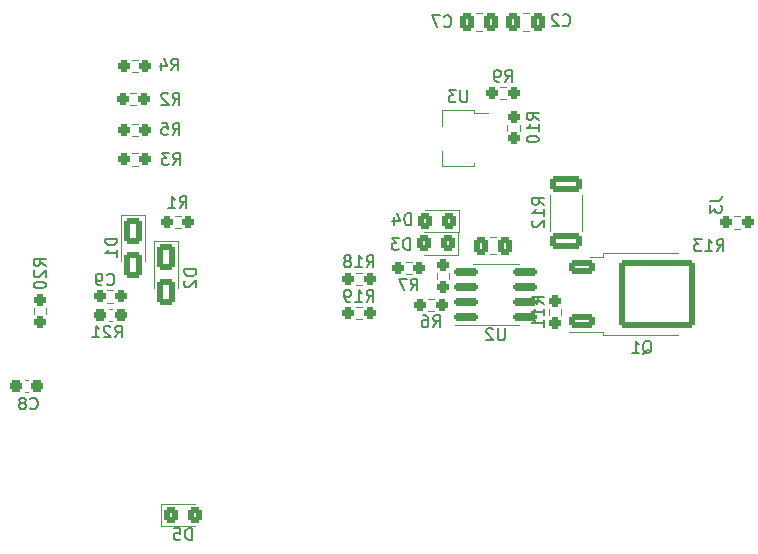
<source format=gbr>
%TF.GenerationSoftware,KiCad,Pcbnew,7.0.1*%
%TF.CreationDate,2023-10-17T15:07:37+02:00*%
%TF.ProjectId,dual-cam-pcb,6475616c-2d63-4616-9d2d-7063622e6b69,rev?*%
%TF.SameCoordinates,Original*%
%TF.FileFunction,Legend,Bot*%
%TF.FilePolarity,Positive*%
%FSLAX46Y46*%
G04 Gerber Fmt 4.6, Leading zero omitted, Abs format (unit mm)*
G04 Created by KiCad (PCBNEW 7.0.1) date 2023-10-17 15:07:37*
%MOMM*%
%LPD*%
G01*
G04 APERTURE LIST*
G04 Aperture macros list*
%AMRoundRect*
0 Rectangle with rounded corners*
0 $1 Rounding radius*
0 $2 $3 $4 $5 $6 $7 $8 $9 X,Y pos of 4 corners*
0 Add a 4 corners polygon primitive as box body*
4,1,4,$2,$3,$4,$5,$6,$7,$8,$9,$2,$3,0*
0 Add four circle primitives for the rounded corners*
1,1,$1+$1,$2,$3*
1,1,$1+$1,$4,$5*
1,1,$1+$1,$6,$7*
1,1,$1+$1,$8,$9*
0 Add four rect primitives between the rounded corners*
20,1,$1+$1,$2,$3,$4,$5,0*
20,1,$1+$1,$4,$5,$6,$7,0*
20,1,$1+$1,$6,$7,$8,$9,0*
20,1,$1+$1,$8,$9,$2,$3,0*%
%AMFreePoly0*
4,1,9,3.862500,-0.866500,0.737500,-0.866500,0.737500,-0.450000,-0.737500,-0.450000,-0.737500,0.450000,0.737500,0.450000,0.737500,0.866500,3.862500,0.866500,3.862500,-0.866500,3.862500,-0.866500,$1*%
G04 Aperture macros list end*
%ADD10C,0.150000*%
%ADD11C,0.120000*%
%ADD12RoundRect,0.237500X-0.250000X-0.237500X0.250000X-0.237500X0.250000X0.237500X-0.250000X0.237500X0*%
%ADD13RoundRect,0.237500X0.237500X-0.250000X0.237500X0.250000X-0.237500X0.250000X-0.237500X-0.250000X0*%
%ADD14RoundRect,0.249999X-1.075001X0.450001X-1.075001X-0.450001X1.075001X-0.450001X1.075001X0.450001X0*%
%ADD15RoundRect,0.237500X0.300000X0.237500X-0.300000X0.237500X-0.300000X-0.237500X0.300000X-0.237500X0*%
%ADD16C,2.400000*%
%ADD17O,2.400000X2.400000*%
%ADD18C,2.050000*%
%ADD19C,2.250000*%
%ADD20C,3.200000*%
%ADD21R,1.700000X1.700000*%
%ADD22O,1.700000X1.700000*%
%ADD23R,1.905000X2.000000*%
%ADD24O,1.905000X2.000000*%
%ADD25R,3.800000X3.800000*%
%ADD26C,3.800000*%
%ADD27R,2.400000X2.400000*%
%ADD28RoundRect,0.237500X-0.237500X0.250000X-0.237500X-0.250000X0.237500X-0.250000X0.237500X0.250000X0*%
%ADD29RoundRect,0.250000X0.325000X0.450000X-0.325000X0.450000X-0.325000X-0.450000X0.325000X-0.450000X0*%
%ADD30RoundRect,0.237500X0.250000X0.237500X-0.250000X0.237500X-0.250000X-0.237500X0.250000X-0.237500X0*%
%ADD31R,1.300000X0.900000*%
%ADD32FreePoly0,180.000000*%
%ADD33RoundRect,0.250000X-0.325000X-0.450000X0.325000X-0.450000X0.325000X0.450000X-0.325000X0.450000X0*%
%ADD34RoundRect,0.250000X0.337500X0.475000X-0.337500X0.475000X-0.337500X-0.475000X0.337500X-0.475000X0*%
%ADD35RoundRect,0.150000X-0.825000X-0.150000X0.825000X-0.150000X0.825000X0.150000X-0.825000X0.150000X0*%
%ADD36RoundRect,0.250000X-0.500000X0.850000X-0.500000X-0.850000X0.500000X-0.850000X0.500000X0.850000X0*%
%ADD37RoundRect,0.250000X-0.850000X-0.350000X0.850000X-0.350000X0.850000X0.350000X-0.850000X0.350000X0*%
%ADD38RoundRect,0.249997X-2.950003X-2.650003X2.950003X-2.650003X2.950003X2.650003X-2.950003X2.650003X0*%
G04 APERTURE END LIST*
D10*
%TO.C,R21*%
X86042857Y-87862619D02*
X86376190Y-87386428D01*
X86614285Y-87862619D02*
X86614285Y-86862619D01*
X86614285Y-86862619D02*
X86233333Y-86862619D01*
X86233333Y-86862619D02*
X86138095Y-86910238D01*
X86138095Y-86910238D02*
X86090476Y-86957857D01*
X86090476Y-86957857D02*
X86042857Y-87053095D01*
X86042857Y-87053095D02*
X86042857Y-87195952D01*
X86042857Y-87195952D02*
X86090476Y-87291190D01*
X86090476Y-87291190D02*
X86138095Y-87338809D01*
X86138095Y-87338809D02*
X86233333Y-87386428D01*
X86233333Y-87386428D02*
X86614285Y-87386428D01*
X85661904Y-86957857D02*
X85614285Y-86910238D01*
X85614285Y-86910238D02*
X85519047Y-86862619D01*
X85519047Y-86862619D02*
X85280952Y-86862619D01*
X85280952Y-86862619D02*
X85185714Y-86910238D01*
X85185714Y-86910238D02*
X85138095Y-86957857D01*
X85138095Y-86957857D02*
X85090476Y-87053095D01*
X85090476Y-87053095D02*
X85090476Y-87148333D01*
X85090476Y-87148333D02*
X85138095Y-87291190D01*
X85138095Y-87291190D02*
X85709523Y-87862619D01*
X85709523Y-87862619D02*
X85090476Y-87862619D01*
X84138095Y-87862619D02*
X84709523Y-87862619D01*
X84423809Y-87862619D02*
X84423809Y-86862619D01*
X84423809Y-86862619D02*
X84519047Y-87005476D01*
X84519047Y-87005476D02*
X84614285Y-87100714D01*
X84614285Y-87100714D02*
X84709523Y-87148333D01*
%TO.C,R20*%
X80162619Y-81807142D02*
X79686428Y-81473809D01*
X80162619Y-81235714D02*
X79162619Y-81235714D01*
X79162619Y-81235714D02*
X79162619Y-81616666D01*
X79162619Y-81616666D02*
X79210238Y-81711904D01*
X79210238Y-81711904D02*
X79257857Y-81759523D01*
X79257857Y-81759523D02*
X79353095Y-81807142D01*
X79353095Y-81807142D02*
X79495952Y-81807142D01*
X79495952Y-81807142D02*
X79591190Y-81759523D01*
X79591190Y-81759523D02*
X79638809Y-81711904D01*
X79638809Y-81711904D02*
X79686428Y-81616666D01*
X79686428Y-81616666D02*
X79686428Y-81235714D01*
X79257857Y-82188095D02*
X79210238Y-82235714D01*
X79210238Y-82235714D02*
X79162619Y-82330952D01*
X79162619Y-82330952D02*
X79162619Y-82569047D01*
X79162619Y-82569047D02*
X79210238Y-82664285D01*
X79210238Y-82664285D02*
X79257857Y-82711904D01*
X79257857Y-82711904D02*
X79353095Y-82759523D01*
X79353095Y-82759523D02*
X79448333Y-82759523D01*
X79448333Y-82759523D02*
X79591190Y-82711904D01*
X79591190Y-82711904D02*
X80162619Y-82140476D01*
X80162619Y-82140476D02*
X80162619Y-82759523D01*
X79162619Y-83378571D02*
X79162619Y-83473809D01*
X79162619Y-83473809D02*
X79210238Y-83569047D01*
X79210238Y-83569047D02*
X79257857Y-83616666D01*
X79257857Y-83616666D02*
X79353095Y-83664285D01*
X79353095Y-83664285D02*
X79543571Y-83711904D01*
X79543571Y-83711904D02*
X79781666Y-83711904D01*
X79781666Y-83711904D02*
X79972142Y-83664285D01*
X79972142Y-83664285D02*
X80067380Y-83616666D01*
X80067380Y-83616666D02*
X80115000Y-83569047D01*
X80115000Y-83569047D02*
X80162619Y-83473809D01*
X80162619Y-83473809D02*
X80162619Y-83378571D01*
X80162619Y-83378571D02*
X80115000Y-83283333D01*
X80115000Y-83283333D02*
X80067380Y-83235714D01*
X80067380Y-83235714D02*
X79972142Y-83188095D01*
X79972142Y-83188095D02*
X79781666Y-83140476D01*
X79781666Y-83140476D02*
X79543571Y-83140476D01*
X79543571Y-83140476D02*
X79353095Y-83188095D01*
X79353095Y-83188095D02*
X79257857Y-83235714D01*
X79257857Y-83235714D02*
X79210238Y-83283333D01*
X79210238Y-83283333D02*
X79162619Y-83378571D01*
%TO.C,R12*%
X122382619Y-76657142D02*
X121906428Y-76323809D01*
X122382619Y-76085714D02*
X121382619Y-76085714D01*
X121382619Y-76085714D02*
X121382619Y-76466666D01*
X121382619Y-76466666D02*
X121430238Y-76561904D01*
X121430238Y-76561904D02*
X121477857Y-76609523D01*
X121477857Y-76609523D02*
X121573095Y-76657142D01*
X121573095Y-76657142D02*
X121715952Y-76657142D01*
X121715952Y-76657142D02*
X121811190Y-76609523D01*
X121811190Y-76609523D02*
X121858809Y-76561904D01*
X121858809Y-76561904D02*
X121906428Y-76466666D01*
X121906428Y-76466666D02*
X121906428Y-76085714D01*
X122382619Y-77609523D02*
X122382619Y-77038095D01*
X122382619Y-77323809D02*
X121382619Y-77323809D01*
X121382619Y-77323809D02*
X121525476Y-77228571D01*
X121525476Y-77228571D02*
X121620714Y-77133333D01*
X121620714Y-77133333D02*
X121668333Y-77038095D01*
X121477857Y-77990476D02*
X121430238Y-78038095D01*
X121430238Y-78038095D02*
X121382619Y-78133333D01*
X121382619Y-78133333D02*
X121382619Y-78371428D01*
X121382619Y-78371428D02*
X121430238Y-78466666D01*
X121430238Y-78466666D02*
X121477857Y-78514285D01*
X121477857Y-78514285D02*
X121573095Y-78561904D01*
X121573095Y-78561904D02*
X121668333Y-78561904D01*
X121668333Y-78561904D02*
X121811190Y-78514285D01*
X121811190Y-78514285D02*
X122382619Y-77942857D01*
X122382619Y-77942857D02*
X122382619Y-78561904D01*
%TO.C,C9*%
X85366666Y-83367380D02*
X85414285Y-83415000D01*
X85414285Y-83415000D02*
X85557142Y-83462619D01*
X85557142Y-83462619D02*
X85652380Y-83462619D01*
X85652380Y-83462619D02*
X85795237Y-83415000D01*
X85795237Y-83415000D02*
X85890475Y-83319761D01*
X85890475Y-83319761D02*
X85938094Y-83224523D01*
X85938094Y-83224523D02*
X85985713Y-83034047D01*
X85985713Y-83034047D02*
X85985713Y-82891190D01*
X85985713Y-82891190D02*
X85938094Y-82700714D01*
X85938094Y-82700714D02*
X85890475Y-82605476D01*
X85890475Y-82605476D02*
X85795237Y-82510238D01*
X85795237Y-82510238D02*
X85652380Y-82462619D01*
X85652380Y-82462619D02*
X85557142Y-82462619D01*
X85557142Y-82462619D02*
X85414285Y-82510238D01*
X85414285Y-82510238D02*
X85366666Y-82557857D01*
X84890475Y-83462619D02*
X84699999Y-83462619D01*
X84699999Y-83462619D02*
X84604761Y-83415000D01*
X84604761Y-83415000D02*
X84557142Y-83367380D01*
X84557142Y-83367380D02*
X84461904Y-83224523D01*
X84461904Y-83224523D02*
X84414285Y-83034047D01*
X84414285Y-83034047D02*
X84414285Y-82653095D01*
X84414285Y-82653095D02*
X84461904Y-82557857D01*
X84461904Y-82557857D02*
X84509523Y-82510238D01*
X84509523Y-82510238D02*
X84604761Y-82462619D01*
X84604761Y-82462619D02*
X84795237Y-82462619D01*
X84795237Y-82462619D02*
X84890475Y-82510238D01*
X84890475Y-82510238D02*
X84938094Y-82557857D01*
X84938094Y-82557857D02*
X84985713Y-82653095D01*
X84985713Y-82653095D02*
X84985713Y-82891190D01*
X84985713Y-82891190D02*
X84938094Y-82986428D01*
X84938094Y-82986428D02*
X84890475Y-83034047D01*
X84890475Y-83034047D02*
X84795237Y-83081666D01*
X84795237Y-83081666D02*
X84604761Y-83081666D01*
X84604761Y-83081666D02*
X84509523Y-83034047D01*
X84509523Y-83034047D02*
X84461904Y-82986428D01*
X84461904Y-82986428D02*
X84414285Y-82891190D01*
%TO.C,C8*%
X78866666Y-93867380D02*
X78914285Y-93915000D01*
X78914285Y-93915000D02*
X79057142Y-93962619D01*
X79057142Y-93962619D02*
X79152380Y-93962619D01*
X79152380Y-93962619D02*
X79295237Y-93915000D01*
X79295237Y-93915000D02*
X79390475Y-93819761D01*
X79390475Y-93819761D02*
X79438094Y-93724523D01*
X79438094Y-93724523D02*
X79485713Y-93534047D01*
X79485713Y-93534047D02*
X79485713Y-93391190D01*
X79485713Y-93391190D02*
X79438094Y-93200714D01*
X79438094Y-93200714D02*
X79390475Y-93105476D01*
X79390475Y-93105476D02*
X79295237Y-93010238D01*
X79295237Y-93010238D02*
X79152380Y-92962619D01*
X79152380Y-92962619D02*
X79057142Y-92962619D01*
X79057142Y-92962619D02*
X78914285Y-93010238D01*
X78914285Y-93010238D02*
X78866666Y-93057857D01*
X78295237Y-93391190D02*
X78390475Y-93343571D01*
X78390475Y-93343571D02*
X78438094Y-93295952D01*
X78438094Y-93295952D02*
X78485713Y-93200714D01*
X78485713Y-93200714D02*
X78485713Y-93153095D01*
X78485713Y-93153095D02*
X78438094Y-93057857D01*
X78438094Y-93057857D02*
X78390475Y-93010238D01*
X78390475Y-93010238D02*
X78295237Y-92962619D01*
X78295237Y-92962619D02*
X78104761Y-92962619D01*
X78104761Y-92962619D02*
X78009523Y-93010238D01*
X78009523Y-93010238D02*
X77961904Y-93057857D01*
X77961904Y-93057857D02*
X77914285Y-93153095D01*
X77914285Y-93153095D02*
X77914285Y-93200714D01*
X77914285Y-93200714D02*
X77961904Y-93295952D01*
X77961904Y-93295952D02*
X78009523Y-93343571D01*
X78009523Y-93343571D02*
X78104761Y-93391190D01*
X78104761Y-93391190D02*
X78295237Y-93391190D01*
X78295237Y-93391190D02*
X78390475Y-93438809D01*
X78390475Y-93438809D02*
X78438094Y-93486428D01*
X78438094Y-93486428D02*
X78485713Y-93581666D01*
X78485713Y-93581666D02*
X78485713Y-93772142D01*
X78485713Y-93772142D02*
X78438094Y-93867380D01*
X78438094Y-93867380D02*
X78390475Y-93915000D01*
X78390475Y-93915000D02*
X78295237Y-93962619D01*
X78295237Y-93962619D02*
X78104761Y-93962619D01*
X78104761Y-93962619D02*
X78009523Y-93915000D01*
X78009523Y-93915000D02*
X77961904Y-93867380D01*
X77961904Y-93867380D02*
X77914285Y-93772142D01*
X77914285Y-93772142D02*
X77914285Y-93581666D01*
X77914285Y-93581666D02*
X77961904Y-93486428D01*
X77961904Y-93486428D02*
X78009523Y-93438809D01*
X78009523Y-93438809D02*
X78104761Y-93391190D01*
%TO.C,J3*%
X136432619Y-76304166D02*
X137146904Y-76304166D01*
X137146904Y-76304166D02*
X137289761Y-76256547D01*
X137289761Y-76256547D02*
X137385000Y-76161309D01*
X137385000Y-76161309D02*
X137432619Y-76018452D01*
X137432619Y-76018452D02*
X137432619Y-75923214D01*
X136432619Y-76685119D02*
X136432619Y-77304166D01*
X136432619Y-77304166D02*
X136813571Y-76970833D01*
X136813571Y-76970833D02*
X136813571Y-77113690D01*
X136813571Y-77113690D02*
X136861190Y-77208928D01*
X136861190Y-77208928D02*
X136908809Y-77256547D01*
X136908809Y-77256547D02*
X137004047Y-77304166D01*
X137004047Y-77304166D02*
X137242142Y-77304166D01*
X137242142Y-77304166D02*
X137337380Y-77256547D01*
X137337380Y-77256547D02*
X137385000Y-77208928D01*
X137385000Y-77208928D02*
X137432619Y-77113690D01*
X137432619Y-77113690D02*
X137432619Y-76827976D01*
X137432619Y-76827976D02*
X137385000Y-76732738D01*
X137385000Y-76732738D02*
X137337380Y-76685119D01*
%TO.C,R11*%
X122332619Y-85057142D02*
X121856428Y-84723809D01*
X122332619Y-84485714D02*
X121332619Y-84485714D01*
X121332619Y-84485714D02*
X121332619Y-84866666D01*
X121332619Y-84866666D02*
X121380238Y-84961904D01*
X121380238Y-84961904D02*
X121427857Y-85009523D01*
X121427857Y-85009523D02*
X121523095Y-85057142D01*
X121523095Y-85057142D02*
X121665952Y-85057142D01*
X121665952Y-85057142D02*
X121761190Y-85009523D01*
X121761190Y-85009523D02*
X121808809Y-84961904D01*
X121808809Y-84961904D02*
X121856428Y-84866666D01*
X121856428Y-84866666D02*
X121856428Y-84485714D01*
X122332619Y-86009523D02*
X122332619Y-85438095D01*
X122332619Y-85723809D02*
X121332619Y-85723809D01*
X121332619Y-85723809D02*
X121475476Y-85628571D01*
X121475476Y-85628571D02*
X121570714Y-85533333D01*
X121570714Y-85533333D02*
X121618333Y-85438095D01*
X122332619Y-86961904D02*
X122332619Y-86390476D01*
X122332619Y-86676190D02*
X121332619Y-86676190D01*
X121332619Y-86676190D02*
X121475476Y-86580952D01*
X121475476Y-86580952D02*
X121570714Y-86485714D01*
X121570714Y-86485714D02*
X121618333Y-86390476D01*
%TO.C,D4*%
X111088094Y-78362619D02*
X111088094Y-77362619D01*
X111088094Y-77362619D02*
X110849999Y-77362619D01*
X110849999Y-77362619D02*
X110707142Y-77410238D01*
X110707142Y-77410238D02*
X110611904Y-77505476D01*
X110611904Y-77505476D02*
X110564285Y-77600714D01*
X110564285Y-77600714D02*
X110516666Y-77791190D01*
X110516666Y-77791190D02*
X110516666Y-77934047D01*
X110516666Y-77934047D02*
X110564285Y-78124523D01*
X110564285Y-78124523D02*
X110611904Y-78219761D01*
X110611904Y-78219761D02*
X110707142Y-78315000D01*
X110707142Y-78315000D02*
X110849999Y-78362619D01*
X110849999Y-78362619D02*
X111088094Y-78362619D01*
X109659523Y-77695952D02*
X109659523Y-78362619D01*
X109897618Y-77315000D02*
X110135713Y-78029285D01*
X110135713Y-78029285D02*
X109516666Y-78029285D01*
%TO.C,R19*%
X107342857Y-84832619D02*
X107676190Y-84356428D01*
X107914285Y-84832619D02*
X107914285Y-83832619D01*
X107914285Y-83832619D02*
X107533333Y-83832619D01*
X107533333Y-83832619D02*
X107438095Y-83880238D01*
X107438095Y-83880238D02*
X107390476Y-83927857D01*
X107390476Y-83927857D02*
X107342857Y-84023095D01*
X107342857Y-84023095D02*
X107342857Y-84165952D01*
X107342857Y-84165952D02*
X107390476Y-84261190D01*
X107390476Y-84261190D02*
X107438095Y-84308809D01*
X107438095Y-84308809D02*
X107533333Y-84356428D01*
X107533333Y-84356428D02*
X107914285Y-84356428D01*
X106390476Y-84832619D02*
X106961904Y-84832619D01*
X106676190Y-84832619D02*
X106676190Y-83832619D01*
X106676190Y-83832619D02*
X106771428Y-83975476D01*
X106771428Y-83975476D02*
X106866666Y-84070714D01*
X106866666Y-84070714D02*
X106961904Y-84118333D01*
X105914285Y-84832619D02*
X105723809Y-84832619D01*
X105723809Y-84832619D02*
X105628571Y-84785000D01*
X105628571Y-84785000D02*
X105580952Y-84737380D01*
X105580952Y-84737380D02*
X105485714Y-84594523D01*
X105485714Y-84594523D02*
X105438095Y-84404047D01*
X105438095Y-84404047D02*
X105438095Y-84023095D01*
X105438095Y-84023095D02*
X105485714Y-83927857D01*
X105485714Y-83927857D02*
X105533333Y-83880238D01*
X105533333Y-83880238D02*
X105628571Y-83832619D01*
X105628571Y-83832619D02*
X105819047Y-83832619D01*
X105819047Y-83832619D02*
X105914285Y-83880238D01*
X105914285Y-83880238D02*
X105961904Y-83927857D01*
X105961904Y-83927857D02*
X106009523Y-84023095D01*
X106009523Y-84023095D02*
X106009523Y-84261190D01*
X106009523Y-84261190D02*
X105961904Y-84356428D01*
X105961904Y-84356428D02*
X105914285Y-84404047D01*
X105914285Y-84404047D02*
X105819047Y-84451666D01*
X105819047Y-84451666D02*
X105628571Y-84451666D01*
X105628571Y-84451666D02*
X105533333Y-84404047D01*
X105533333Y-84404047D02*
X105485714Y-84356428D01*
X105485714Y-84356428D02*
X105438095Y-84261190D01*
%TO.C,R6*%
X112966666Y-86992619D02*
X113299999Y-86516428D01*
X113538094Y-86992619D02*
X113538094Y-85992619D01*
X113538094Y-85992619D02*
X113157142Y-85992619D01*
X113157142Y-85992619D02*
X113061904Y-86040238D01*
X113061904Y-86040238D02*
X113014285Y-86087857D01*
X113014285Y-86087857D02*
X112966666Y-86183095D01*
X112966666Y-86183095D02*
X112966666Y-86325952D01*
X112966666Y-86325952D02*
X113014285Y-86421190D01*
X113014285Y-86421190D02*
X113061904Y-86468809D01*
X113061904Y-86468809D02*
X113157142Y-86516428D01*
X113157142Y-86516428D02*
X113538094Y-86516428D01*
X112109523Y-85992619D02*
X112299999Y-85992619D01*
X112299999Y-85992619D02*
X112395237Y-86040238D01*
X112395237Y-86040238D02*
X112442856Y-86087857D01*
X112442856Y-86087857D02*
X112538094Y-86230714D01*
X112538094Y-86230714D02*
X112585713Y-86421190D01*
X112585713Y-86421190D02*
X112585713Y-86802142D01*
X112585713Y-86802142D02*
X112538094Y-86897380D01*
X112538094Y-86897380D02*
X112490475Y-86945000D01*
X112490475Y-86945000D02*
X112395237Y-86992619D01*
X112395237Y-86992619D02*
X112204761Y-86992619D01*
X112204761Y-86992619D02*
X112109523Y-86945000D01*
X112109523Y-86945000D02*
X112061904Y-86897380D01*
X112061904Y-86897380D02*
X112014285Y-86802142D01*
X112014285Y-86802142D02*
X112014285Y-86564047D01*
X112014285Y-86564047D02*
X112061904Y-86468809D01*
X112061904Y-86468809D02*
X112109523Y-86421190D01*
X112109523Y-86421190D02*
X112204761Y-86373571D01*
X112204761Y-86373571D02*
X112395237Y-86373571D01*
X112395237Y-86373571D02*
X112490475Y-86421190D01*
X112490475Y-86421190D02*
X112538094Y-86468809D01*
X112538094Y-86468809D02*
X112585713Y-86564047D01*
%TO.C,U3*%
X115861904Y-66962619D02*
X115861904Y-67772142D01*
X115861904Y-67772142D02*
X115814285Y-67867380D01*
X115814285Y-67867380D02*
X115766666Y-67915000D01*
X115766666Y-67915000D02*
X115671428Y-67962619D01*
X115671428Y-67962619D02*
X115480952Y-67962619D01*
X115480952Y-67962619D02*
X115385714Y-67915000D01*
X115385714Y-67915000D02*
X115338095Y-67867380D01*
X115338095Y-67867380D02*
X115290476Y-67772142D01*
X115290476Y-67772142D02*
X115290476Y-66962619D01*
X114909523Y-66962619D02*
X114290476Y-66962619D01*
X114290476Y-66962619D02*
X114623809Y-67343571D01*
X114623809Y-67343571D02*
X114480952Y-67343571D01*
X114480952Y-67343571D02*
X114385714Y-67391190D01*
X114385714Y-67391190D02*
X114338095Y-67438809D01*
X114338095Y-67438809D02*
X114290476Y-67534047D01*
X114290476Y-67534047D02*
X114290476Y-67772142D01*
X114290476Y-67772142D02*
X114338095Y-67867380D01*
X114338095Y-67867380D02*
X114385714Y-67915000D01*
X114385714Y-67915000D02*
X114480952Y-67962619D01*
X114480952Y-67962619D02*
X114766666Y-67962619D01*
X114766666Y-67962619D02*
X114861904Y-67915000D01*
X114861904Y-67915000D02*
X114909523Y-67867380D01*
%TO.C,R2*%
X90916666Y-68162619D02*
X91249999Y-67686428D01*
X91488094Y-68162619D02*
X91488094Y-67162619D01*
X91488094Y-67162619D02*
X91107142Y-67162619D01*
X91107142Y-67162619D02*
X91011904Y-67210238D01*
X91011904Y-67210238D02*
X90964285Y-67257857D01*
X90964285Y-67257857D02*
X90916666Y-67353095D01*
X90916666Y-67353095D02*
X90916666Y-67495952D01*
X90916666Y-67495952D02*
X90964285Y-67591190D01*
X90964285Y-67591190D02*
X91011904Y-67638809D01*
X91011904Y-67638809D02*
X91107142Y-67686428D01*
X91107142Y-67686428D02*
X91488094Y-67686428D01*
X90535713Y-67257857D02*
X90488094Y-67210238D01*
X90488094Y-67210238D02*
X90392856Y-67162619D01*
X90392856Y-67162619D02*
X90154761Y-67162619D01*
X90154761Y-67162619D02*
X90059523Y-67210238D01*
X90059523Y-67210238D02*
X90011904Y-67257857D01*
X90011904Y-67257857D02*
X89964285Y-67353095D01*
X89964285Y-67353095D02*
X89964285Y-67448333D01*
X89964285Y-67448333D02*
X90011904Y-67591190D01*
X90011904Y-67591190D02*
X90583332Y-68162619D01*
X90583332Y-68162619D02*
X89964285Y-68162619D01*
%TO.C,D5*%
X92538094Y-105012619D02*
X92538094Y-104012619D01*
X92538094Y-104012619D02*
X92299999Y-104012619D01*
X92299999Y-104012619D02*
X92157142Y-104060238D01*
X92157142Y-104060238D02*
X92061904Y-104155476D01*
X92061904Y-104155476D02*
X92014285Y-104250714D01*
X92014285Y-104250714D02*
X91966666Y-104441190D01*
X91966666Y-104441190D02*
X91966666Y-104584047D01*
X91966666Y-104584047D02*
X92014285Y-104774523D01*
X92014285Y-104774523D02*
X92061904Y-104869761D01*
X92061904Y-104869761D02*
X92157142Y-104965000D01*
X92157142Y-104965000D02*
X92299999Y-105012619D01*
X92299999Y-105012619D02*
X92538094Y-105012619D01*
X91061904Y-104012619D02*
X91538094Y-104012619D01*
X91538094Y-104012619D02*
X91585713Y-104488809D01*
X91585713Y-104488809D02*
X91538094Y-104441190D01*
X91538094Y-104441190D02*
X91442856Y-104393571D01*
X91442856Y-104393571D02*
X91204761Y-104393571D01*
X91204761Y-104393571D02*
X91109523Y-104441190D01*
X91109523Y-104441190D02*
X91061904Y-104488809D01*
X91061904Y-104488809D02*
X91014285Y-104584047D01*
X91014285Y-104584047D02*
X91014285Y-104822142D01*
X91014285Y-104822142D02*
X91061904Y-104917380D01*
X91061904Y-104917380D02*
X91109523Y-104965000D01*
X91109523Y-104965000D02*
X91204761Y-105012619D01*
X91204761Y-105012619D02*
X91442856Y-105012619D01*
X91442856Y-105012619D02*
X91538094Y-104965000D01*
X91538094Y-104965000D02*
X91585713Y-104917380D01*
%TO.C,D3*%
X110988094Y-80462619D02*
X110988094Y-79462619D01*
X110988094Y-79462619D02*
X110749999Y-79462619D01*
X110749999Y-79462619D02*
X110607142Y-79510238D01*
X110607142Y-79510238D02*
X110511904Y-79605476D01*
X110511904Y-79605476D02*
X110464285Y-79700714D01*
X110464285Y-79700714D02*
X110416666Y-79891190D01*
X110416666Y-79891190D02*
X110416666Y-80034047D01*
X110416666Y-80034047D02*
X110464285Y-80224523D01*
X110464285Y-80224523D02*
X110511904Y-80319761D01*
X110511904Y-80319761D02*
X110607142Y-80415000D01*
X110607142Y-80415000D02*
X110749999Y-80462619D01*
X110749999Y-80462619D02*
X110988094Y-80462619D01*
X110083332Y-79462619D02*
X109464285Y-79462619D01*
X109464285Y-79462619D02*
X109797618Y-79843571D01*
X109797618Y-79843571D02*
X109654761Y-79843571D01*
X109654761Y-79843571D02*
X109559523Y-79891190D01*
X109559523Y-79891190D02*
X109511904Y-79938809D01*
X109511904Y-79938809D02*
X109464285Y-80034047D01*
X109464285Y-80034047D02*
X109464285Y-80272142D01*
X109464285Y-80272142D02*
X109511904Y-80367380D01*
X109511904Y-80367380D02*
X109559523Y-80415000D01*
X109559523Y-80415000D02*
X109654761Y-80462619D01*
X109654761Y-80462619D02*
X109940475Y-80462619D01*
X109940475Y-80462619D02*
X110035713Y-80415000D01*
X110035713Y-80415000D02*
X110083332Y-80367380D01*
%TO.C,R7*%
X111066666Y-83892619D02*
X111399999Y-83416428D01*
X111638094Y-83892619D02*
X111638094Y-82892619D01*
X111638094Y-82892619D02*
X111257142Y-82892619D01*
X111257142Y-82892619D02*
X111161904Y-82940238D01*
X111161904Y-82940238D02*
X111114285Y-82987857D01*
X111114285Y-82987857D02*
X111066666Y-83083095D01*
X111066666Y-83083095D02*
X111066666Y-83225952D01*
X111066666Y-83225952D02*
X111114285Y-83321190D01*
X111114285Y-83321190D02*
X111161904Y-83368809D01*
X111161904Y-83368809D02*
X111257142Y-83416428D01*
X111257142Y-83416428D02*
X111638094Y-83416428D01*
X110733332Y-82892619D02*
X110066666Y-82892619D01*
X110066666Y-82892619D02*
X110495237Y-83892619D01*
%TO.C,C7*%
X113916666Y-61517380D02*
X113964285Y-61565000D01*
X113964285Y-61565000D02*
X114107142Y-61612619D01*
X114107142Y-61612619D02*
X114202380Y-61612619D01*
X114202380Y-61612619D02*
X114345237Y-61565000D01*
X114345237Y-61565000D02*
X114440475Y-61469761D01*
X114440475Y-61469761D02*
X114488094Y-61374523D01*
X114488094Y-61374523D02*
X114535713Y-61184047D01*
X114535713Y-61184047D02*
X114535713Y-61041190D01*
X114535713Y-61041190D02*
X114488094Y-60850714D01*
X114488094Y-60850714D02*
X114440475Y-60755476D01*
X114440475Y-60755476D02*
X114345237Y-60660238D01*
X114345237Y-60660238D02*
X114202380Y-60612619D01*
X114202380Y-60612619D02*
X114107142Y-60612619D01*
X114107142Y-60612619D02*
X113964285Y-60660238D01*
X113964285Y-60660238D02*
X113916666Y-60707857D01*
X113583332Y-60612619D02*
X112916666Y-60612619D01*
X112916666Y-60612619D02*
X113345237Y-61612619D01*
%TO.C,R3*%
X90966666Y-73262619D02*
X91299999Y-72786428D01*
X91538094Y-73262619D02*
X91538094Y-72262619D01*
X91538094Y-72262619D02*
X91157142Y-72262619D01*
X91157142Y-72262619D02*
X91061904Y-72310238D01*
X91061904Y-72310238D02*
X91014285Y-72357857D01*
X91014285Y-72357857D02*
X90966666Y-72453095D01*
X90966666Y-72453095D02*
X90966666Y-72595952D01*
X90966666Y-72595952D02*
X91014285Y-72691190D01*
X91014285Y-72691190D02*
X91061904Y-72738809D01*
X91061904Y-72738809D02*
X91157142Y-72786428D01*
X91157142Y-72786428D02*
X91538094Y-72786428D01*
X90633332Y-72262619D02*
X90014285Y-72262619D01*
X90014285Y-72262619D02*
X90347618Y-72643571D01*
X90347618Y-72643571D02*
X90204761Y-72643571D01*
X90204761Y-72643571D02*
X90109523Y-72691190D01*
X90109523Y-72691190D02*
X90061904Y-72738809D01*
X90061904Y-72738809D02*
X90014285Y-72834047D01*
X90014285Y-72834047D02*
X90014285Y-73072142D01*
X90014285Y-73072142D02*
X90061904Y-73167380D01*
X90061904Y-73167380D02*
X90109523Y-73215000D01*
X90109523Y-73215000D02*
X90204761Y-73262619D01*
X90204761Y-73262619D02*
X90490475Y-73262619D01*
X90490475Y-73262619D02*
X90585713Y-73215000D01*
X90585713Y-73215000D02*
X90633332Y-73167380D01*
%TO.C,R10*%
X121912619Y-69457142D02*
X121436428Y-69123809D01*
X121912619Y-68885714D02*
X120912619Y-68885714D01*
X120912619Y-68885714D02*
X120912619Y-69266666D01*
X120912619Y-69266666D02*
X120960238Y-69361904D01*
X120960238Y-69361904D02*
X121007857Y-69409523D01*
X121007857Y-69409523D02*
X121103095Y-69457142D01*
X121103095Y-69457142D02*
X121245952Y-69457142D01*
X121245952Y-69457142D02*
X121341190Y-69409523D01*
X121341190Y-69409523D02*
X121388809Y-69361904D01*
X121388809Y-69361904D02*
X121436428Y-69266666D01*
X121436428Y-69266666D02*
X121436428Y-68885714D01*
X121912619Y-70409523D02*
X121912619Y-69838095D01*
X121912619Y-70123809D02*
X120912619Y-70123809D01*
X120912619Y-70123809D02*
X121055476Y-70028571D01*
X121055476Y-70028571D02*
X121150714Y-69933333D01*
X121150714Y-69933333D02*
X121198333Y-69838095D01*
X120912619Y-71028571D02*
X120912619Y-71123809D01*
X120912619Y-71123809D02*
X120960238Y-71219047D01*
X120960238Y-71219047D02*
X121007857Y-71266666D01*
X121007857Y-71266666D02*
X121103095Y-71314285D01*
X121103095Y-71314285D02*
X121293571Y-71361904D01*
X121293571Y-71361904D02*
X121531666Y-71361904D01*
X121531666Y-71361904D02*
X121722142Y-71314285D01*
X121722142Y-71314285D02*
X121817380Y-71266666D01*
X121817380Y-71266666D02*
X121865000Y-71219047D01*
X121865000Y-71219047D02*
X121912619Y-71123809D01*
X121912619Y-71123809D02*
X121912619Y-71028571D01*
X121912619Y-71028571D02*
X121865000Y-70933333D01*
X121865000Y-70933333D02*
X121817380Y-70885714D01*
X121817380Y-70885714D02*
X121722142Y-70838095D01*
X121722142Y-70838095D02*
X121531666Y-70790476D01*
X121531666Y-70790476D02*
X121293571Y-70790476D01*
X121293571Y-70790476D02*
X121103095Y-70838095D01*
X121103095Y-70838095D02*
X121007857Y-70885714D01*
X121007857Y-70885714D02*
X120960238Y-70933333D01*
X120960238Y-70933333D02*
X120912619Y-71028571D01*
%TO.C,U2*%
X119036904Y-87097619D02*
X119036904Y-87907142D01*
X119036904Y-87907142D02*
X118989285Y-88002380D01*
X118989285Y-88002380D02*
X118941666Y-88050000D01*
X118941666Y-88050000D02*
X118846428Y-88097619D01*
X118846428Y-88097619D02*
X118655952Y-88097619D01*
X118655952Y-88097619D02*
X118560714Y-88050000D01*
X118560714Y-88050000D02*
X118513095Y-88002380D01*
X118513095Y-88002380D02*
X118465476Y-87907142D01*
X118465476Y-87907142D02*
X118465476Y-87097619D01*
X118036904Y-87192857D02*
X117989285Y-87145238D01*
X117989285Y-87145238D02*
X117894047Y-87097619D01*
X117894047Y-87097619D02*
X117655952Y-87097619D01*
X117655952Y-87097619D02*
X117560714Y-87145238D01*
X117560714Y-87145238D02*
X117513095Y-87192857D01*
X117513095Y-87192857D02*
X117465476Y-87288095D01*
X117465476Y-87288095D02*
X117465476Y-87383333D01*
X117465476Y-87383333D02*
X117513095Y-87526190D01*
X117513095Y-87526190D02*
X118084523Y-88097619D01*
X118084523Y-88097619D02*
X117465476Y-88097619D01*
%TO.C,D2*%
X92912619Y-82111905D02*
X91912619Y-82111905D01*
X91912619Y-82111905D02*
X91912619Y-82350000D01*
X91912619Y-82350000D02*
X91960238Y-82492857D01*
X91960238Y-82492857D02*
X92055476Y-82588095D01*
X92055476Y-82588095D02*
X92150714Y-82635714D01*
X92150714Y-82635714D02*
X92341190Y-82683333D01*
X92341190Y-82683333D02*
X92484047Y-82683333D01*
X92484047Y-82683333D02*
X92674523Y-82635714D01*
X92674523Y-82635714D02*
X92769761Y-82588095D01*
X92769761Y-82588095D02*
X92865000Y-82492857D01*
X92865000Y-82492857D02*
X92912619Y-82350000D01*
X92912619Y-82350000D02*
X92912619Y-82111905D01*
X92007857Y-83064286D02*
X91960238Y-83111905D01*
X91960238Y-83111905D02*
X91912619Y-83207143D01*
X91912619Y-83207143D02*
X91912619Y-83445238D01*
X91912619Y-83445238D02*
X91960238Y-83540476D01*
X91960238Y-83540476D02*
X92007857Y-83588095D01*
X92007857Y-83588095D02*
X92103095Y-83635714D01*
X92103095Y-83635714D02*
X92198333Y-83635714D01*
X92198333Y-83635714D02*
X92341190Y-83588095D01*
X92341190Y-83588095D02*
X92912619Y-83016667D01*
X92912619Y-83016667D02*
X92912619Y-83635714D01*
%TO.C,Q1*%
X130735238Y-89257857D02*
X130830476Y-89210238D01*
X130830476Y-89210238D02*
X130925714Y-89115000D01*
X130925714Y-89115000D02*
X131068571Y-88972142D01*
X131068571Y-88972142D02*
X131163809Y-88924523D01*
X131163809Y-88924523D02*
X131259047Y-88924523D01*
X131211428Y-89162619D02*
X131306666Y-89115000D01*
X131306666Y-89115000D02*
X131401904Y-89019761D01*
X131401904Y-89019761D02*
X131449523Y-88829285D01*
X131449523Y-88829285D02*
X131449523Y-88495952D01*
X131449523Y-88495952D02*
X131401904Y-88305476D01*
X131401904Y-88305476D02*
X131306666Y-88210238D01*
X131306666Y-88210238D02*
X131211428Y-88162619D01*
X131211428Y-88162619D02*
X131020952Y-88162619D01*
X131020952Y-88162619D02*
X130925714Y-88210238D01*
X130925714Y-88210238D02*
X130830476Y-88305476D01*
X130830476Y-88305476D02*
X130782857Y-88495952D01*
X130782857Y-88495952D02*
X130782857Y-88829285D01*
X130782857Y-88829285D02*
X130830476Y-89019761D01*
X130830476Y-89019761D02*
X130925714Y-89115000D01*
X130925714Y-89115000D02*
X131020952Y-89162619D01*
X131020952Y-89162619D02*
X131211428Y-89162619D01*
X129830476Y-89162619D02*
X130401904Y-89162619D01*
X130116190Y-89162619D02*
X130116190Y-88162619D01*
X130116190Y-88162619D02*
X130211428Y-88305476D01*
X130211428Y-88305476D02*
X130306666Y-88400714D01*
X130306666Y-88400714D02*
X130401904Y-88448333D01*
%TO.C,R13*%
X136992857Y-80562619D02*
X137326190Y-80086428D01*
X137564285Y-80562619D02*
X137564285Y-79562619D01*
X137564285Y-79562619D02*
X137183333Y-79562619D01*
X137183333Y-79562619D02*
X137088095Y-79610238D01*
X137088095Y-79610238D02*
X137040476Y-79657857D01*
X137040476Y-79657857D02*
X136992857Y-79753095D01*
X136992857Y-79753095D02*
X136992857Y-79895952D01*
X136992857Y-79895952D02*
X137040476Y-79991190D01*
X137040476Y-79991190D02*
X137088095Y-80038809D01*
X137088095Y-80038809D02*
X137183333Y-80086428D01*
X137183333Y-80086428D02*
X137564285Y-80086428D01*
X136040476Y-80562619D02*
X136611904Y-80562619D01*
X136326190Y-80562619D02*
X136326190Y-79562619D01*
X136326190Y-79562619D02*
X136421428Y-79705476D01*
X136421428Y-79705476D02*
X136516666Y-79800714D01*
X136516666Y-79800714D02*
X136611904Y-79848333D01*
X135707142Y-79562619D02*
X135088095Y-79562619D01*
X135088095Y-79562619D02*
X135421428Y-79943571D01*
X135421428Y-79943571D02*
X135278571Y-79943571D01*
X135278571Y-79943571D02*
X135183333Y-79991190D01*
X135183333Y-79991190D02*
X135135714Y-80038809D01*
X135135714Y-80038809D02*
X135088095Y-80134047D01*
X135088095Y-80134047D02*
X135088095Y-80372142D01*
X135088095Y-80372142D02*
X135135714Y-80467380D01*
X135135714Y-80467380D02*
X135183333Y-80515000D01*
X135183333Y-80515000D02*
X135278571Y-80562619D01*
X135278571Y-80562619D02*
X135564285Y-80562619D01*
X135564285Y-80562619D02*
X135659523Y-80515000D01*
X135659523Y-80515000D02*
X135707142Y-80467380D01*
%TO.C,R5*%
X90916666Y-70712619D02*
X91249999Y-70236428D01*
X91488094Y-70712619D02*
X91488094Y-69712619D01*
X91488094Y-69712619D02*
X91107142Y-69712619D01*
X91107142Y-69712619D02*
X91011904Y-69760238D01*
X91011904Y-69760238D02*
X90964285Y-69807857D01*
X90964285Y-69807857D02*
X90916666Y-69903095D01*
X90916666Y-69903095D02*
X90916666Y-70045952D01*
X90916666Y-70045952D02*
X90964285Y-70141190D01*
X90964285Y-70141190D02*
X91011904Y-70188809D01*
X91011904Y-70188809D02*
X91107142Y-70236428D01*
X91107142Y-70236428D02*
X91488094Y-70236428D01*
X90011904Y-69712619D02*
X90488094Y-69712619D01*
X90488094Y-69712619D02*
X90535713Y-70188809D01*
X90535713Y-70188809D02*
X90488094Y-70141190D01*
X90488094Y-70141190D02*
X90392856Y-70093571D01*
X90392856Y-70093571D02*
X90154761Y-70093571D01*
X90154761Y-70093571D02*
X90059523Y-70141190D01*
X90059523Y-70141190D02*
X90011904Y-70188809D01*
X90011904Y-70188809D02*
X89964285Y-70284047D01*
X89964285Y-70284047D02*
X89964285Y-70522142D01*
X89964285Y-70522142D02*
X90011904Y-70617380D01*
X90011904Y-70617380D02*
X90059523Y-70665000D01*
X90059523Y-70665000D02*
X90154761Y-70712619D01*
X90154761Y-70712619D02*
X90392856Y-70712619D01*
X90392856Y-70712619D02*
X90488094Y-70665000D01*
X90488094Y-70665000D02*
X90535713Y-70617380D01*
%TO.C,D1*%
X86212619Y-79511905D02*
X85212619Y-79511905D01*
X85212619Y-79511905D02*
X85212619Y-79750000D01*
X85212619Y-79750000D02*
X85260238Y-79892857D01*
X85260238Y-79892857D02*
X85355476Y-79988095D01*
X85355476Y-79988095D02*
X85450714Y-80035714D01*
X85450714Y-80035714D02*
X85641190Y-80083333D01*
X85641190Y-80083333D02*
X85784047Y-80083333D01*
X85784047Y-80083333D02*
X85974523Y-80035714D01*
X85974523Y-80035714D02*
X86069761Y-79988095D01*
X86069761Y-79988095D02*
X86165000Y-79892857D01*
X86165000Y-79892857D02*
X86212619Y-79750000D01*
X86212619Y-79750000D02*
X86212619Y-79511905D01*
X86212619Y-81035714D02*
X86212619Y-80464286D01*
X86212619Y-80750000D02*
X85212619Y-80750000D01*
X85212619Y-80750000D02*
X85355476Y-80654762D01*
X85355476Y-80654762D02*
X85450714Y-80559524D01*
X85450714Y-80559524D02*
X85498333Y-80464286D01*
%TO.C,R18*%
X107342857Y-81932619D02*
X107676190Y-81456428D01*
X107914285Y-81932619D02*
X107914285Y-80932619D01*
X107914285Y-80932619D02*
X107533333Y-80932619D01*
X107533333Y-80932619D02*
X107438095Y-80980238D01*
X107438095Y-80980238D02*
X107390476Y-81027857D01*
X107390476Y-81027857D02*
X107342857Y-81123095D01*
X107342857Y-81123095D02*
X107342857Y-81265952D01*
X107342857Y-81265952D02*
X107390476Y-81361190D01*
X107390476Y-81361190D02*
X107438095Y-81408809D01*
X107438095Y-81408809D02*
X107533333Y-81456428D01*
X107533333Y-81456428D02*
X107914285Y-81456428D01*
X106390476Y-81932619D02*
X106961904Y-81932619D01*
X106676190Y-81932619D02*
X106676190Y-80932619D01*
X106676190Y-80932619D02*
X106771428Y-81075476D01*
X106771428Y-81075476D02*
X106866666Y-81170714D01*
X106866666Y-81170714D02*
X106961904Y-81218333D01*
X105819047Y-81361190D02*
X105914285Y-81313571D01*
X105914285Y-81313571D02*
X105961904Y-81265952D01*
X105961904Y-81265952D02*
X106009523Y-81170714D01*
X106009523Y-81170714D02*
X106009523Y-81123095D01*
X106009523Y-81123095D02*
X105961904Y-81027857D01*
X105961904Y-81027857D02*
X105914285Y-80980238D01*
X105914285Y-80980238D02*
X105819047Y-80932619D01*
X105819047Y-80932619D02*
X105628571Y-80932619D01*
X105628571Y-80932619D02*
X105533333Y-80980238D01*
X105533333Y-80980238D02*
X105485714Y-81027857D01*
X105485714Y-81027857D02*
X105438095Y-81123095D01*
X105438095Y-81123095D02*
X105438095Y-81170714D01*
X105438095Y-81170714D02*
X105485714Y-81265952D01*
X105485714Y-81265952D02*
X105533333Y-81313571D01*
X105533333Y-81313571D02*
X105628571Y-81361190D01*
X105628571Y-81361190D02*
X105819047Y-81361190D01*
X105819047Y-81361190D02*
X105914285Y-81408809D01*
X105914285Y-81408809D02*
X105961904Y-81456428D01*
X105961904Y-81456428D02*
X106009523Y-81551666D01*
X106009523Y-81551666D02*
X106009523Y-81742142D01*
X106009523Y-81742142D02*
X105961904Y-81837380D01*
X105961904Y-81837380D02*
X105914285Y-81885000D01*
X105914285Y-81885000D02*
X105819047Y-81932619D01*
X105819047Y-81932619D02*
X105628571Y-81932619D01*
X105628571Y-81932619D02*
X105533333Y-81885000D01*
X105533333Y-81885000D02*
X105485714Y-81837380D01*
X105485714Y-81837380D02*
X105438095Y-81742142D01*
X105438095Y-81742142D02*
X105438095Y-81551666D01*
X105438095Y-81551666D02*
X105485714Y-81456428D01*
X105485714Y-81456428D02*
X105533333Y-81408809D01*
X105533333Y-81408809D02*
X105628571Y-81361190D01*
%TO.C,R1*%
X91516666Y-76912619D02*
X91849999Y-76436428D01*
X92088094Y-76912619D02*
X92088094Y-75912619D01*
X92088094Y-75912619D02*
X91707142Y-75912619D01*
X91707142Y-75912619D02*
X91611904Y-75960238D01*
X91611904Y-75960238D02*
X91564285Y-76007857D01*
X91564285Y-76007857D02*
X91516666Y-76103095D01*
X91516666Y-76103095D02*
X91516666Y-76245952D01*
X91516666Y-76245952D02*
X91564285Y-76341190D01*
X91564285Y-76341190D02*
X91611904Y-76388809D01*
X91611904Y-76388809D02*
X91707142Y-76436428D01*
X91707142Y-76436428D02*
X92088094Y-76436428D01*
X90564285Y-76912619D02*
X91135713Y-76912619D01*
X90849999Y-76912619D02*
X90849999Y-75912619D01*
X90849999Y-75912619D02*
X90945237Y-76055476D01*
X90945237Y-76055476D02*
X91040475Y-76150714D01*
X91040475Y-76150714D02*
X91135713Y-76198333D01*
%TO.C,C2*%
X123966666Y-61417380D02*
X124014285Y-61465000D01*
X124014285Y-61465000D02*
X124157142Y-61512619D01*
X124157142Y-61512619D02*
X124252380Y-61512619D01*
X124252380Y-61512619D02*
X124395237Y-61465000D01*
X124395237Y-61465000D02*
X124490475Y-61369761D01*
X124490475Y-61369761D02*
X124538094Y-61274523D01*
X124538094Y-61274523D02*
X124585713Y-61084047D01*
X124585713Y-61084047D02*
X124585713Y-60941190D01*
X124585713Y-60941190D02*
X124538094Y-60750714D01*
X124538094Y-60750714D02*
X124490475Y-60655476D01*
X124490475Y-60655476D02*
X124395237Y-60560238D01*
X124395237Y-60560238D02*
X124252380Y-60512619D01*
X124252380Y-60512619D02*
X124157142Y-60512619D01*
X124157142Y-60512619D02*
X124014285Y-60560238D01*
X124014285Y-60560238D02*
X123966666Y-60607857D01*
X123585713Y-60607857D02*
X123538094Y-60560238D01*
X123538094Y-60560238D02*
X123442856Y-60512619D01*
X123442856Y-60512619D02*
X123204761Y-60512619D01*
X123204761Y-60512619D02*
X123109523Y-60560238D01*
X123109523Y-60560238D02*
X123061904Y-60607857D01*
X123061904Y-60607857D02*
X123014285Y-60703095D01*
X123014285Y-60703095D02*
X123014285Y-60798333D01*
X123014285Y-60798333D02*
X123061904Y-60941190D01*
X123061904Y-60941190D02*
X123633332Y-61512619D01*
X123633332Y-61512619D02*
X123014285Y-61512619D01*
%TO.C,R4*%
X90816666Y-65262619D02*
X91149999Y-64786428D01*
X91388094Y-65262619D02*
X91388094Y-64262619D01*
X91388094Y-64262619D02*
X91007142Y-64262619D01*
X91007142Y-64262619D02*
X90911904Y-64310238D01*
X90911904Y-64310238D02*
X90864285Y-64357857D01*
X90864285Y-64357857D02*
X90816666Y-64453095D01*
X90816666Y-64453095D02*
X90816666Y-64595952D01*
X90816666Y-64595952D02*
X90864285Y-64691190D01*
X90864285Y-64691190D02*
X90911904Y-64738809D01*
X90911904Y-64738809D02*
X91007142Y-64786428D01*
X91007142Y-64786428D02*
X91388094Y-64786428D01*
X89959523Y-64595952D02*
X89959523Y-65262619D01*
X90197618Y-64215000D02*
X90435713Y-64929285D01*
X90435713Y-64929285D02*
X89816666Y-64929285D01*
%TO.C,R9*%
X119066666Y-66232619D02*
X119399999Y-65756428D01*
X119638094Y-66232619D02*
X119638094Y-65232619D01*
X119638094Y-65232619D02*
X119257142Y-65232619D01*
X119257142Y-65232619D02*
X119161904Y-65280238D01*
X119161904Y-65280238D02*
X119114285Y-65327857D01*
X119114285Y-65327857D02*
X119066666Y-65423095D01*
X119066666Y-65423095D02*
X119066666Y-65565952D01*
X119066666Y-65565952D02*
X119114285Y-65661190D01*
X119114285Y-65661190D02*
X119161904Y-65708809D01*
X119161904Y-65708809D02*
X119257142Y-65756428D01*
X119257142Y-65756428D02*
X119638094Y-65756428D01*
X118590475Y-66232619D02*
X118399999Y-66232619D01*
X118399999Y-66232619D02*
X118304761Y-66185000D01*
X118304761Y-66185000D02*
X118257142Y-66137380D01*
X118257142Y-66137380D02*
X118161904Y-65994523D01*
X118161904Y-65994523D02*
X118114285Y-65804047D01*
X118114285Y-65804047D02*
X118114285Y-65423095D01*
X118114285Y-65423095D02*
X118161904Y-65327857D01*
X118161904Y-65327857D02*
X118209523Y-65280238D01*
X118209523Y-65280238D02*
X118304761Y-65232619D01*
X118304761Y-65232619D02*
X118495237Y-65232619D01*
X118495237Y-65232619D02*
X118590475Y-65280238D01*
X118590475Y-65280238D02*
X118638094Y-65327857D01*
X118638094Y-65327857D02*
X118685713Y-65423095D01*
X118685713Y-65423095D02*
X118685713Y-65661190D01*
X118685713Y-65661190D02*
X118638094Y-65756428D01*
X118638094Y-65756428D02*
X118590475Y-65804047D01*
X118590475Y-65804047D02*
X118495237Y-65851666D01*
X118495237Y-65851666D02*
X118304761Y-65851666D01*
X118304761Y-65851666D02*
X118209523Y-65804047D01*
X118209523Y-65804047D02*
X118161904Y-65756428D01*
X118161904Y-65756428D02*
X118114285Y-65661190D01*
D11*
%TO.C,R21*%
X85395276Y-84922500D02*
X85904724Y-84922500D01*
X85395276Y-83877500D02*
X85904724Y-83877500D01*
%TO.C,R20*%
X80222500Y-85904724D02*
X80222500Y-85395276D01*
X79177500Y-85904724D02*
X79177500Y-85395276D01*
%TO.C,R12*%
X122840000Y-75772936D02*
X122840000Y-78827064D01*
X125560000Y-75772936D02*
X125560000Y-78827064D01*
%TO.C,C9*%
X85796267Y-85440000D02*
X85503733Y-85440000D01*
X85796267Y-86460000D02*
X85503733Y-86460000D01*
%TO.C,C8*%
X78696267Y-91490000D02*
X78403733Y-91490000D01*
X78696267Y-92510000D02*
X78403733Y-92510000D01*
%TO.C,R11*%
X123822500Y-85445276D02*
X123822500Y-85954724D01*
X122777500Y-85445276D02*
X122777500Y-85954724D01*
%TO.C,D4*%
X115160000Y-78960000D02*
X112300000Y-78960000D01*
X115160000Y-77040000D02*
X115160000Y-78960000D01*
X112300000Y-77040000D02*
X115160000Y-77040000D01*
%TO.C,R19*%
X106954724Y-86322500D02*
X106445276Y-86322500D01*
X106954724Y-85277500D02*
X106445276Y-85277500D01*
%TO.C,R6*%
X112545276Y-84577500D02*
X113054724Y-84577500D01*
X112545276Y-85622500D02*
X113054724Y-85622500D01*
%TO.C,U3*%
X117600000Y-68870000D02*
X116460000Y-68870000D01*
X116460000Y-73360000D02*
X116460000Y-73130000D01*
X116460000Y-68640000D02*
X116460000Y-68870000D01*
X116460000Y-68640000D02*
X113740000Y-68640000D01*
X113740000Y-73360000D02*
X116460000Y-73360000D01*
X113740000Y-72050000D02*
X113740000Y-73360000D01*
X113740000Y-68640000D02*
X113740000Y-69950000D01*
%TO.C,R2*%
X87345276Y-67177500D02*
X87854724Y-67177500D01*
X87345276Y-68222500D02*
X87854724Y-68222500D01*
%TO.C,D5*%
X89940000Y-101940000D02*
X92800000Y-101940000D01*
X89940000Y-103860000D02*
X89940000Y-101940000D01*
X92800000Y-103860000D02*
X89940000Y-103860000D01*
%TO.C,D3*%
X115060000Y-80860000D02*
X112200000Y-80860000D01*
X115060000Y-78940000D02*
X115060000Y-80860000D01*
X112200000Y-78940000D02*
X115060000Y-78940000D01*
%TO.C,R7*%
X110645276Y-81477500D02*
X111154724Y-81477500D01*
X110645276Y-82522500D02*
X111154724Y-82522500D01*
%TO.C,C7*%
X117143752Y-61895000D02*
X116621248Y-61895000D01*
X117143752Y-60425000D02*
X116621248Y-60425000D01*
%TO.C,R3*%
X87954724Y-73322500D02*
X87445276Y-73322500D01*
X87954724Y-72277500D02*
X87445276Y-72277500D01*
%TO.C,R8*%
X113277500Y-82942224D02*
X113277500Y-82432776D01*
X114322500Y-82942224D02*
X114322500Y-82432776D01*
%TO.C,R10*%
X120322500Y-69845276D02*
X120322500Y-70354724D01*
X119277500Y-69845276D02*
X119277500Y-70354724D01*
%TO.C,U2*%
X118275000Y-81675000D02*
X116325000Y-81675000D01*
X118275000Y-81675000D02*
X120225000Y-81675000D01*
X118275000Y-86795000D02*
X114825000Y-86795000D01*
X118275000Y-86795000D02*
X120225000Y-86795000D01*
%TO.C,D2*%
X91360000Y-79740000D02*
X91360000Y-83650000D01*
X89340000Y-79740000D02*
X91360000Y-79740000D01*
X89340000Y-83650000D02*
X89340000Y-79740000D01*
%TO.C,Q1*%
X127330000Y-80750000D02*
X127330000Y-81020000D01*
X127330000Y-81020000D02*
X126230000Y-81020000D01*
X127330000Y-87380000D02*
X124500000Y-87380000D01*
X127330000Y-87650000D02*
X127330000Y-87380000D01*
X133750000Y-80750000D02*
X127330000Y-80750000D01*
X133750000Y-87650000D02*
X127330000Y-87650000D01*
%TO.C,R13*%
X138442776Y-77607500D02*
X138952224Y-77607500D01*
X138442776Y-78652500D02*
X138952224Y-78652500D01*
%TO.C,R5*%
X87445276Y-69777500D02*
X87954724Y-69777500D01*
X87445276Y-70822500D02*
X87954724Y-70822500D01*
%TO.C,D1*%
X88560000Y-77490000D02*
X88560000Y-81400000D01*
X86540000Y-77490000D02*
X88560000Y-77490000D01*
X86540000Y-81400000D02*
X86540000Y-77490000D01*
%TO.C,C1*%
X118323752Y-80835000D02*
X117801248Y-80835000D01*
X118323752Y-79365000D02*
X117801248Y-79365000D01*
%TO.C,R18*%
X106954724Y-83422500D02*
X106445276Y-83422500D01*
X106954724Y-82377500D02*
X106445276Y-82377500D01*
%TO.C,R1*%
X91095276Y-77577500D02*
X91604724Y-77577500D01*
X91095276Y-78622500D02*
X91604724Y-78622500D01*
%TO.C,C2*%
X121081252Y-61895000D02*
X120558748Y-61895000D01*
X121081252Y-60425000D02*
X120558748Y-60425000D01*
%TO.C,R4*%
X87954724Y-65422500D02*
X87445276Y-65422500D01*
X87954724Y-64377500D02*
X87445276Y-64377500D01*
%TO.C,R9*%
X119154724Y-67722500D02*
X118645276Y-67722500D01*
X119154724Y-66677500D02*
X118645276Y-66677500D01*
%TD*%
%LPC*%
D12*
%TO.C,R21*%
X84737500Y-84400000D03*
X86562500Y-84400000D03*
%TD*%
D13*
%TO.C,R20*%
X79700000Y-86562500D03*
X79700000Y-84737500D03*
%TD*%
D14*
%TO.C,R12*%
X124200000Y-74900000D03*
X124200000Y-79700000D03*
%TD*%
D15*
%TO.C,C9*%
X86512500Y-85950000D03*
X84787500Y-85950000D03*
%TD*%
%TO.C,C8*%
X79412500Y-92000000D03*
X77687500Y-92000000D03*
%TD*%
D16*
%TO.C,R14*%
X132720000Y-92200000D03*
D17*
X132720000Y-97280000D03*
%TD*%
D18*
%TO.C,J3*%
X142000000Y-78100000D03*
D19*
X139460000Y-80640000D03*
X144540000Y-80640000D03*
X139460000Y-75560000D03*
X144540000Y-75560000D03*
%TD*%
D20*
%TO.C,REF\u002A\u002A*%
X145900000Y-64100000D03*
%TD*%
D16*
%TO.C,R16*%
X121440000Y-92200000D03*
D17*
X121440000Y-97280000D03*
%TD*%
D16*
%TO.C,R15*%
X127080000Y-92200000D03*
D17*
X127080000Y-97280000D03*
%TD*%
D21*
%TO.C,J2*%
X77500000Y-71780000D03*
D22*
X77500000Y-74320000D03*
X77500000Y-76860000D03*
X77500000Y-79400000D03*
X77500000Y-81940000D03*
X77500000Y-84480000D03*
X77500000Y-87020000D03*
X77500000Y-89560000D03*
%TD*%
D21*
%TO.C,J4*%
X132200000Y-102200000D03*
D22*
X132200000Y-104740000D03*
X129660000Y-104740000D03*
X127120000Y-102200000D03*
X127120000Y-104740000D03*
%TD*%
D23*
%TO.C,U4*%
X121580000Y-58300000D03*
D24*
X119040000Y-58300000D03*
X116500000Y-58300000D03*
%TD*%
D21*
%TO.C,J5*%
X115775000Y-104740000D03*
D22*
X115775000Y-102200000D03*
X118315000Y-102200000D03*
X120855000Y-104740000D03*
X120855000Y-102200000D03*
%TD*%
D25*
%TO.C,J8*%
X139250000Y-60250000D03*
D26*
X139250000Y-65250000D03*
%TD*%
D27*
%TO.C,C3*%
X127600000Y-76000000D03*
D16*
X120100000Y-76000000D03*
%TD*%
D20*
%TO.C,REF\u002A\u002A*%
X77900000Y-104100000D03*
%TD*%
D21*
%TO.C,J7*%
X133450000Y-59120000D03*
D22*
X133450000Y-61660000D03*
X133450000Y-64200000D03*
%TD*%
D20*
%TO.C,REF\u002A\u002A*%
X145900000Y-104100000D03*
%TD*%
D16*
%TO.C,R17*%
X115800000Y-92200000D03*
D17*
X115800000Y-97280000D03*
%TD*%
D21*
%TO.C,J6*%
X128800000Y-59120000D03*
D22*
X128800000Y-61660000D03*
X128800000Y-64200000D03*
%TD*%
D20*
%TO.C,REF\u002A\u002A*%
X77900000Y-64100000D03*
%TD*%
D21*
%TO.C,J1*%
X82500000Y-71700000D03*
D22*
X82500000Y-74240000D03*
X82500000Y-76780000D03*
X82500000Y-79320000D03*
X82500000Y-81860000D03*
X82500000Y-84400000D03*
X82500000Y-86940000D03*
X82500000Y-89480000D03*
%TD*%
D28*
%TO.C,R11*%
X123300000Y-84787500D03*
X123300000Y-86612500D03*
%TD*%
D29*
%TO.C,D4*%
X114325000Y-78000000D03*
X112275000Y-78000000D03*
%TD*%
D30*
%TO.C,R19*%
X107612500Y-85800000D03*
X105787500Y-85800000D03*
%TD*%
D12*
%TO.C,R6*%
X111887500Y-85100000D03*
X113712500Y-85100000D03*
%TD*%
D31*
%TO.C,U3*%
X117050000Y-69500000D03*
D32*
X116962500Y-71000000D03*
D31*
X117050000Y-72500000D03*
%TD*%
D12*
%TO.C,R2*%
X86687500Y-67700000D03*
X88512500Y-67700000D03*
%TD*%
D33*
%TO.C,D5*%
X90775000Y-102900000D03*
X92825000Y-102900000D03*
%TD*%
D29*
%TO.C,D3*%
X114225000Y-79900000D03*
X112175000Y-79900000D03*
%TD*%
D12*
%TO.C,R7*%
X109987500Y-82000000D03*
X111812500Y-82000000D03*
%TD*%
D34*
%TO.C,C7*%
X117920000Y-61160000D03*
X115845000Y-61160000D03*
%TD*%
D30*
%TO.C,R3*%
X88612500Y-72800000D03*
X86787500Y-72800000D03*
%TD*%
D13*
%TO.C,R8*%
X113800000Y-83600000D03*
X113800000Y-81775000D03*
%TD*%
D28*
%TO.C,R10*%
X119800000Y-69187500D03*
X119800000Y-71012500D03*
%TD*%
D35*
%TO.C,U2*%
X115800000Y-86140000D03*
X115800000Y-84870000D03*
X115800000Y-83600000D03*
X115800000Y-82330000D03*
X120750000Y-82330000D03*
X120750000Y-83600000D03*
X120750000Y-84870000D03*
X120750000Y-86140000D03*
%TD*%
D36*
%TO.C,D2*%
X90350000Y-81100000D03*
X90350000Y-84000000D03*
%TD*%
D37*
%TO.C,Q1*%
X125600000Y-86480000D03*
D38*
X131900000Y-84200000D03*
D37*
X125600000Y-81920000D03*
%TD*%
D12*
%TO.C,R13*%
X137785000Y-78130000D03*
X139610000Y-78130000D03*
%TD*%
%TO.C,R5*%
X86787500Y-70300000D03*
X88612500Y-70300000D03*
%TD*%
D36*
%TO.C,D1*%
X87550000Y-78850000D03*
X87550000Y-81750000D03*
%TD*%
D34*
%TO.C,C1*%
X119100000Y-80100000D03*
X117025000Y-80100000D03*
%TD*%
D30*
%TO.C,R18*%
X107612500Y-82900000D03*
X105787500Y-82900000D03*
%TD*%
D12*
%TO.C,R1*%
X90437500Y-78100000D03*
X92262500Y-78100000D03*
%TD*%
D34*
%TO.C,C2*%
X121857500Y-61160000D03*
X119782500Y-61160000D03*
%TD*%
D30*
%TO.C,R4*%
X88612500Y-64900000D03*
X86787500Y-64900000D03*
%TD*%
%TO.C,R9*%
X119812500Y-67200000D03*
X117987500Y-67200000D03*
%TD*%
M02*

</source>
